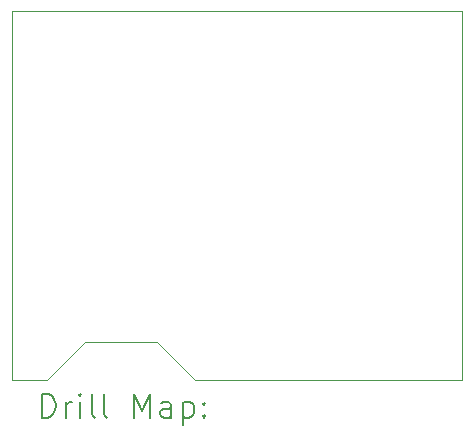
<source format=gbr>
%TF.GenerationSoftware,KiCad,Pcbnew,7.0.8*%
%TF.CreationDate,2024-06-23T14:42:56-04:00*%
%TF.ProjectId,rugby64,72756762-7936-4342-9e6b-696361645f70,rev?*%
%TF.SameCoordinates,Original*%
%TF.FileFunction,Drillmap*%
%TF.FilePolarity,Positive*%
%FSLAX45Y45*%
G04 Gerber Fmt 4.5, Leading zero omitted, Abs format (unit mm)*
G04 Created by KiCad (PCBNEW 7.0.8) date 2024-06-23 14:42:56*
%MOMM*%
%LPD*%
G01*
G04 APERTURE LIST*
%ADD10C,0.100000*%
%ADD11C,0.200000*%
G04 APERTURE END LIST*
D10*
X5226745Y-5478780D02*
X5226745Y-2350370D01*
X2029460Y-5158740D02*
X2644140Y-5158740D01*
X1709420Y-5478780D02*
X2029390Y-5158810D01*
X1411665Y-5479650D02*
X1699260Y-5479650D01*
X5226745Y-2350370D02*
X1411665Y-2350370D01*
X1411665Y-2350370D02*
X1411665Y-5479650D01*
X2644140Y-5158740D02*
X2963698Y-5478298D01*
X1709420Y-5478780D02*
X1699260Y-5478780D01*
X2963698Y-5478298D02*
X5226263Y-5478298D01*
D11*
X1667442Y-5796133D02*
X1667442Y-5596133D01*
X1667442Y-5596133D02*
X1715061Y-5596133D01*
X1715061Y-5596133D02*
X1743632Y-5605657D01*
X1743632Y-5605657D02*
X1762680Y-5624705D01*
X1762680Y-5624705D02*
X1772204Y-5643752D01*
X1772204Y-5643752D02*
X1781727Y-5681847D01*
X1781727Y-5681847D02*
X1781727Y-5710419D01*
X1781727Y-5710419D02*
X1772204Y-5748514D01*
X1772204Y-5748514D02*
X1762680Y-5767562D01*
X1762680Y-5767562D02*
X1743632Y-5786609D01*
X1743632Y-5786609D02*
X1715061Y-5796133D01*
X1715061Y-5796133D02*
X1667442Y-5796133D01*
X1867442Y-5796133D02*
X1867442Y-5662800D01*
X1867442Y-5700895D02*
X1876966Y-5681847D01*
X1876966Y-5681847D02*
X1886489Y-5672324D01*
X1886489Y-5672324D02*
X1905537Y-5662800D01*
X1905537Y-5662800D02*
X1924585Y-5662800D01*
X1991251Y-5796133D02*
X1991251Y-5662800D01*
X1991251Y-5596133D02*
X1981727Y-5605657D01*
X1981727Y-5605657D02*
X1991251Y-5615181D01*
X1991251Y-5615181D02*
X2000775Y-5605657D01*
X2000775Y-5605657D02*
X1991251Y-5596133D01*
X1991251Y-5596133D02*
X1991251Y-5615181D01*
X2115061Y-5796133D02*
X2096013Y-5786609D01*
X2096013Y-5786609D02*
X2086489Y-5767562D01*
X2086489Y-5767562D02*
X2086489Y-5596133D01*
X2219823Y-5796133D02*
X2200775Y-5786609D01*
X2200775Y-5786609D02*
X2191251Y-5767562D01*
X2191251Y-5767562D02*
X2191251Y-5596133D01*
X2448394Y-5796133D02*
X2448394Y-5596133D01*
X2448394Y-5596133D02*
X2515061Y-5738990D01*
X2515061Y-5738990D02*
X2581728Y-5596133D01*
X2581728Y-5596133D02*
X2581728Y-5796133D01*
X2762680Y-5796133D02*
X2762680Y-5691371D01*
X2762680Y-5691371D02*
X2753156Y-5672324D01*
X2753156Y-5672324D02*
X2734109Y-5662800D01*
X2734109Y-5662800D02*
X2696013Y-5662800D01*
X2696013Y-5662800D02*
X2676966Y-5672324D01*
X2762680Y-5786609D02*
X2743632Y-5796133D01*
X2743632Y-5796133D02*
X2696013Y-5796133D01*
X2696013Y-5796133D02*
X2676966Y-5786609D01*
X2676966Y-5786609D02*
X2667442Y-5767562D01*
X2667442Y-5767562D02*
X2667442Y-5748514D01*
X2667442Y-5748514D02*
X2676966Y-5729467D01*
X2676966Y-5729467D02*
X2696013Y-5719943D01*
X2696013Y-5719943D02*
X2743632Y-5719943D01*
X2743632Y-5719943D02*
X2762680Y-5710419D01*
X2857918Y-5662800D02*
X2857918Y-5862800D01*
X2857918Y-5672324D02*
X2876966Y-5662800D01*
X2876966Y-5662800D02*
X2915061Y-5662800D01*
X2915061Y-5662800D02*
X2934108Y-5672324D01*
X2934108Y-5672324D02*
X2943632Y-5681847D01*
X2943632Y-5681847D02*
X2953156Y-5700895D01*
X2953156Y-5700895D02*
X2953156Y-5758038D01*
X2953156Y-5758038D02*
X2943632Y-5777086D01*
X2943632Y-5777086D02*
X2934108Y-5786609D01*
X2934108Y-5786609D02*
X2915061Y-5796133D01*
X2915061Y-5796133D02*
X2876966Y-5796133D01*
X2876966Y-5796133D02*
X2857918Y-5786609D01*
X3038870Y-5777086D02*
X3048394Y-5786609D01*
X3048394Y-5786609D02*
X3038870Y-5796133D01*
X3038870Y-5796133D02*
X3029347Y-5786609D01*
X3029347Y-5786609D02*
X3038870Y-5777086D01*
X3038870Y-5777086D02*
X3038870Y-5796133D01*
X3038870Y-5672324D02*
X3048394Y-5681847D01*
X3048394Y-5681847D02*
X3038870Y-5691371D01*
X3038870Y-5691371D02*
X3029347Y-5681847D01*
X3029347Y-5681847D02*
X3038870Y-5672324D01*
X3038870Y-5672324D02*
X3038870Y-5691371D01*
M02*

</source>
